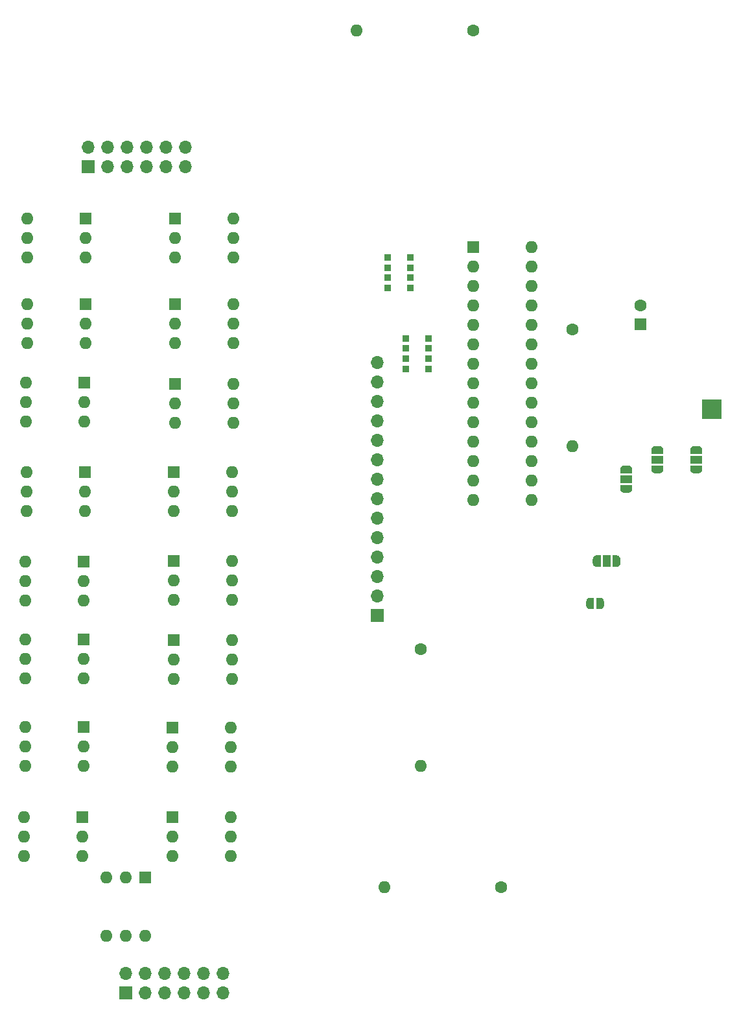
<source format=gbr>
%TF.GenerationSoftware,KiCad,Pcbnew,(5.1.9-0-10_14)*%
%TF.CreationDate,2021-02-14T15:56:36+00:00*%
%TF.ProjectId,solar_mux_1,736f6c61-725f-46d7-9578-5f312e6b6963,rev?*%
%TF.SameCoordinates,Original*%
%TF.FileFunction,Soldermask,Top*%
%TF.FilePolarity,Negative*%
%FSLAX46Y46*%
G04 Gerber Fmt 4.6, Leading zero omitted, Abs format (unit mm)*
G04 Created by KiCad (PCBNEW (5.1.9-0-10_14)) date 2021-02-14 15:56:36*
%MOMM*%
%LPD*%
G01*
G04 APERTURE LIST*
%ADD10R,1.600000X1.600000*%
%ADD11C,1.600000*%
%ADD12R,1.700000X1.700000*%
%ADD13O,1.700000X1.700000*%
%ADD14C,0.100000*%
%ADD15R,1.500000X1.000000*%
%ADD16R,1.000000X1.500000*%
%ADD17O,1.600000X1.600000*%
%ADD18R,0.900000X0.900000*%
%ADD19R,2.500000X2.500000*%
G04 APERTURE END LIST*
D10*
%TO.C,C1*%
X-185039000Y-124079000D03*
D11*
X-185039000Y-121579000D03*
%TD*%
D12*
%TO.C,J1*%
X-219456000Y-162052000D03*
D13*
X-219456000Y-159512000D03*
X-219456000Y-156972000D03*
X-219456000Y-154432000D03*
X-219456000Y-151892000D03*
X-219456000Y-149352000D03*
X-219456000Y-146812000D03*
X-219456000Y-144272000D03*
X-219456000Y-141732000D03*
X-219456000Y-139192000D03*
X-219456000Y-136652000D03*
X-219456000Y-134112000D03*
X-219456000Y-131572000D03*
X-219456000Y-129032000D03*
%TD*%
D12*
%TO.C,J2*%
X-252272800Y-211378800D03*
D13*
X-252272800Y-208838800D03*
X-249732800Y-211378800D03*
X-249732800Y-208838800D03*
X-247192800Y-211378800D03*
X-247192800Y-208838800D03*
X-244652800Y-211378800D03*
X-244652800Y-208838800D03*
X-242112800Y-211378800D03*
X-242112800Y-208838800D03*
X-239572800Y-211378800D03*
X-239572800Y-208838800D03*
%TD*%
%TO.C,J3*%
X-244500400Y-100939600D03*
X-244500400Y-103479600D03*
X-247040400Y-100939600D03*
X-247040400Y-103479600D03*
X-249580400Y-100939600D03*
X-249580400Y-103479600D03*
X-252120400Y-100939600D03*
X-252120400Y-103479600D03*
X-254660400Y-100939600D03*
X-254660400Y-103479600D03*
X-257200400Y-100939600D03*
D12*
X-257200400Y-103479600D03*
%TD*%
D14*
%TO.C,JP1*%
G36*
X-190858000Y-159752600D02*
G01*
X-190358000Y-159752600D01*
X-190358000Y-159753202D01*
X-190333466Y-159753202D01*
X-190284635Y-159758012D01*
X-190236510Y-159767584D01*
X-190189555Y-159781828D01*
X-190144222Y-159800605D01*
X-190100949Y-159823736D01*
X-190060150Y-159850996D01*
X-190022221Y-159882124D01*
X-189987524Y-159916821D01*
X-189956396Y-159954750D01*
X-189929136Y-159995549D01*
X-189906005Y-160038822D01*
X-189887228Y-160084155D01*
X-189872984Y-160131110D01*
X-189863412Y-160179235D01*
X-189858602Y-160228066D01*
X-189858602Y-160252600D01*
X-189858000Y-160252600D01*
X-189858000Y-160752600D01*
X-189858602Y-160752600D01*
X-189858602Y-160777134D01*
X-189863412Y-160825965D01*
X-189872984Y-160874090D01*
X-189887228Y-160921045D01*
X-189906005Y-160966378D01*
X-189929136Y-161009651D01*
X-189956396Y-161050450D01*
X-189987524Y-161088379D01*
X-190022221Y-161123076D01*
X-190060150Y-161154204D01*
X-190100949Y-161181464D01*
X-190144222Y-161204595D01*
X-190189555Y-161223372D01*
X-190236510Y-161237616D01*
X-190284635Y-161247188D01*
X-190333466Y-161251998D01*
X-190358000Y-161251998D01*
X-190358000Y-161252600D01*
X-190858000Y-161252600D01*
X-190858000Y-159752600D01*
G37*
G36*
X-191658000Y-161251998D02*
G01*
X-191682534Y-161251998D01*
X-191731365Y-161247188D01*
X-191779490Y-161237616D01*
X-191826445Y-161223372D01*
X-191871778Y-161204595D01*
X-191915051Y-161181464D01*
X-191955850Y-161154204D01*
X-191993779Y-161123076D01*
X-192028476Y-161088379D01*
X-192059604Y-161050450D01*
X-192086864Y-161009651D01*
X-192109995Y-160966378D01*
X-192128772Y-160921045D01*
X-192143016Y-160874090D01*
X-192152588Y-160825965D01*
X-192157398Y-160777134D01*
X-192157398Y-160752600D01*
X-192158000Y-160752600D01*
X-192158000Y-160252600D01*
X-192157398Y-160252600D01*
X-192157398Y-160228066D01*
X-192152588Y-160179235D01*
X-192143016Y-160131110D01*
X-192128772Y-160084155D01*
X-192109995Y-160038822D01*
X-192086864Y-159995549D01*
X-192059604Y-159954750D01*
X-192028476Y-159916821D01*
X-191993779Y-159882124D01*
X-191955850Y-159850996D01*
X-191915051Y-159823736D01*
X-191871778Y-159800605D01*
X-191826445Y-159781828D01*
X-191779490Y-159767584D01*
X-191731365Y-159758012D01*
X-191682534Y-159753202D01*
X-191658000Y-159753202D01*
X-191658000Y-159752600D01*
X-191158000Y-159752600D01*
X-191158000Y-161252600D01*
X-191658000Y-161252600D01*
X-191658000Y-161251998D01*
G37*
%TD*%
D15*
%TO.C,JP2*%
X-177800000Y-141732000D03*
D14*
G36*
X-178549398Y-140432000D02*
G01*
X-178549398Y-140407466D01*
X-178544588Y-140358635D01*
X-178535016Y-140310510D01*
X-178520772Y-140263555D01*
X-178501995Y-140218222D01*
X-178478864Y-140174949D01*
X-178451604Y-140134150D01*
X-178420476Y-140096221D01*
X-178385779Y-140061524D01*
X-178347850Y-140030396D01*
X-178307051Y-140003136D01*
X-178263778Y-139980005D01*
X-178218445Y-139961228D01*
X-178171490Y-139946984D01*
X-178123365Y-139937412D01*
X-178074534Y-139932602D01*
X-178050000Y-139932602D01*
X-178050000Y-139932000D01*
X-177550000Y-139932000D01*
X-177550000Y-139932602D01*
X-177525466Y-139932602D01*
X-177476635Y-139937412D01*
X-177428510Y-139946984D01*
X-177381555Y-139961228D01*
X-177336222Y-139980005D01*
X-177292949Y-140003136D01*
X-177252150Y-140030396D01*
X-177214221Y-140061524D01*
X-177179524Y-140096221D01*
X-177148396Y-140134150D01*
X-177121136Y-140174949D01*
X-177098005Y-140218222D01*
X-177079228Y-140263555D01*
X-177064984Y-140310510D01*
X-177055412Y-140358635D01*
X-177050602Y-140407466D01*
X-177050602Y-140432000D01*
X-177050000Y-140432000D01*
X-177050000Y-140982000D01*
X-178550000Y-140982000D01*
X-178550000Y-140432000D01*
X-178549398Y-140432000D01*
G37*
G36*
X-177050000Y-142482000D02*
G01*
X-177050000Y-143032000D01*
X-177050602Y-143032000D01*
X-177050602Y-143056534D01*
X-177055412Y-143105365D01*
X-177064984Y-143153490D01*
X-177079228Y-143200445D01*
X-177098005Y-143245778D01*
X-177121136Y-143289051D01*
X-177148396Y-143329850D01*
X-177179524Y-143367779D01*
X-177214221Y-143402476D01*
X-177252150Y-143433604D01*
X-177292949Y-143460864D01*
X-177336222Y-143483995D01*
X-177381555Y-143502772D01*
X-177428510Y-143517016D01*
X-177476635Y-143526588D01*
X-177525466Y-143531398D01*
X-177550000Y-143531398D01*
X-177550000Y-143532000D01*
X-178050000Y-143532000D01*
X-178050000Y-143531398D01*
X-178074534Y-143531398D01*
X-178123365Y-143526588D01*
X-178171490Y-143517016D01*
X-178218445Y-143502772D01*
X-178263778Y-143483995D01*
X-178307051Y-143460864D01*
X-178347850Y-143433604D01*
X-178385779Y-143402476D01*
X-178420476Y-143367779D01*
X-178451604Y-143329850D01*
X-178478864Y-143289051D01*
X-178501995Y-143245778D01*
X-178520772Y-143200445D01*
X-178535016Y-143153490D01*
X-178544588Y-143105365D01*
X-178549398Y-143056534D01*
X-178549398Y-143032000D01*
X-178550000Y-143032000D01*
X-178550000Y-142482000D01*
X-177050000Y-142482000D01*
G37*
%TD*%
%TO.C,JP3*%
G36*
X-187694000Y-143522000D02*
G01*
X-187694000Y-142972000D01*
X-187693398Y-142972000D01*
X-187693398Y-142947466D01*
X-187688588Y-142898635D01*
X-187679016Y-142850510D01*
X-187664772Y-142803555D01*
X-187645995Y-142758222D01*
X-187622864Y-142714949D01*
X-187595604Y-142674150D01*
X-187564476Y-142636221D01*
X-187529779Y-142601524D01*
X-187491850Y-142570396D01*
X-187451051Y-142543136D01*
X-187407778Y-142520005D01*
X-187362445Y-142501228D01*
X-187315490Y-142486984D01*
X-187267365Y-142477412D01*
X-187218534Y-142472602D01*
X-187194000Y-142472602D01*
X-187194000Y-142472000D01*
X-186694000Y-142472000D01*
X-186694000Y-142472602D01*
X-186669466Y-142472602D01*
X-186620635Y-142477412D01*
X-186572510Y-142486984D01*
X-186525555Y-142501228D01*
X-186480222Y-142520005D01*
X-186436949Y-142543136D01*
X-186396150Y-142570396D01*
X-186358221Y-142601524D01*
X-186323524Y-142636221D01*
X-186292396Y-142674150D01*
X-186265136Y-142714949D01*
X-186242005Y-142758222D01*
X-186223228Y-142803555D01*
X-186208984Y-142850510D01*
X-186199412Y-142898635D01*
X-186194602Y-142947466D01*
X-186194602Y-142972000D01*
X-186194000Y-142972000D01*
X-186194000Y-143522000D01*
X-187694000Y-143522000D01*
G37*
G36*
X-186194602Y-145572000D02*
G01*
X-186194602Y-145596534D01*
X-186199412Y-145645365D01*
X-186208984Y-145693490D01*
X-186223228Y-145740445D01*
X-186242005Y-145785778D01*
X-186265136Y-145829051D01*
X-186292396Y-145869850D01*
X-186323524Y-145907779D01*
X-186358221Y-145942476D01*
X-186396150Y-145973604D01*
X-186436949Y-146000864D01*
X-186480222Y-146023995D01*
X-186525555Y-146042772D01*
X-186572510Y-146057016D01*
X-186620635Y-146066588D01*
X-186669466Y-146071398D01*
X-186694000Y-146071398D01*
X-186694000Y-146072000D01*
X-187194000Y-146072000D01*
X-187194000Y-146071398D01*
X-187218534Y-146071398D01*
X-187267365Y-146066588D01*
X-187315490Y-146057016D01*
X-187362445Y-146042772D01*
X-187407778Y-146023995D01*
X-187451051Y-146000864D01*
X-187491850Y-145973604D01*
X-187529779Y-145942476D01*
X-187564476Y-145907779D01*
X-187595604Y-145869850D01*
X-187622864Y-145829051D01*
X-187645995Y-145785778D01*
X-187664772Y-145740445D01*
X-187679016Y-145693490D01*
X-187688588Y-145645365D01*
X-187693398Y-145596534D01*
X-187693398Y-145572000D01*
X-187694000Y-145572000D01*
X-187694000Y-145022000D01*
X-186194000Y-145022000D01*
X-186194000Y-145572000D01*
X-186194602Y-145572000D01*
G37*
D15*
X-186944000Y-144272000D03*
%TD*%
%TO.C,JP4*%
X-182880000Y-141732000D03*
D14*
G36*
X-183629398Y-140432000D02*
G01*
X-183629398Y-140407466D01*
X-183624588Y-140358635D01*
X-183615016Y-140310510D01*
X-183600772Y-140263555D01*
X-183581995Y-140218222D01*
X-183558864Y-140174949D01*
X-183531604Y-140134150D01*
X-183500476Y-140096221D01*
X-183465779Y-140061524D01*
X-183427850Y-140030396D01*
X-183387051Y-140003136D01*
X-183343778Y-139980005D01*
X-183298445Y-139961228D01*
X-183251490Y-139946984D01*
X-183203365Y-139937412D01*
X-183154534Y-139932602D01*
X-183130000Y-139932602D01*
X-183130000Y-139932000D01*
X-182630000Y-139932000D01*
X-182630000Y-139932602D01*
X-182605466Y-139932602D01*
X-182556635Y-139937412D01*
X-182508510Y-139946984D01*
X-182461555Y-139961228D01*
X-182416222Y-139980005D01*
X-182372949Y-140003136D01*
X-182332150Y-140030396D01*
X-182294221Y-140061524D01*
X-182259524Y-140096221D01*
X-182228396Y-140134150D01*
X-182201136Y-140174949D01*
X-182178005Y-140218222D01*
X-182159228Y-140263555D01*
X-182144984Y-140310510D01*
X-182135412Y-140358635D01*
X-182130602Y-140407466D01*
X-182130602Y-140432000D01*
X-182130000Y-140432000D01*
X-182130000Y-140982000D01*
X-183630000Y-140982000D01*
X-183630000Y-140432000D01*
X-183629398Y-140432000D01*
G37*
G36*
X-182130000Y-142482000D02*
G01*
X-182130000Y-143032000D01*
X-182130602Y-143032000D01*
X-182130602Y-143056534D01*
X-182135412Y-143105365D01*
X-182144984Y-143153490D01*
X-182159228Y-143200445D01*
X-182178005Y-143245778D01*
X-182201136Y-143289051D01*
X-182228396Y-143329850D01*
X-182259524Y-143367779D01*
X-182294221Y-143402476D01*
X-182332150Y-143433604D01*
X-182372949Y-143460864D01*
X-182416222Y-143483995D01*
X-182461555Y-143502772D01*
X-182508510Y-143517016D01*
X-182556635Y-143526588D01*
X-182605466Y-143531398D01*
X-182630000Y-143531398D01*
X-182630000Y-143532000D01*
X-183130000Y-143532000D01*
X-183130000Y-143531398D01*
X-183154534Y-143531398D01*
X-183203365Y-143526588D01*
X-183251490Y-143517016D01*
X-183298445Y-143502772D01*
X-183343778Y-143483995D01*
X-183387051Y-143460864D01*
X-183427850Y-143433604D01*
X-183465779Y-143402476D01*
X-183500476Y-143367779D01*
X-183531604Y-143329850D01*
X-183558864Y-143289051D01*
X-183581995Y-143245778D01*
X-183600772Y-143200445D01*
X-183615016Y-143153490D01*
X-183624588Y-143105365D01*
X-183629398Y-143056534D01*
X-183629398Y-143032000D01*
X-183630000Y-143032000D01*
X-183630000Y-142482000D01*
X-182130000Y-142482000D01*
G37*
%TD*%
%TO.C,JP5*%
G36*
X-188759400Y-154215400D02*
G01*
X-188209400Y-154215400D01*
X-188209400Y-154216002D01*
X-188184866Y-154216002D01*
X-188136035Y-154220812D01*
X-188087910Y-154230384D01*
X-188040955Y-154244628D01*
X-187995622Y-154263405D01*
X-187952349Y-154286536D01*
X-187911550Y-154313796D01*
X-187873621Y-154344924D01*
X-187838924Y-154379621D01*
X-187807796Y-154417550D01*
X-187780536Y-154458349D01*
X-187757405Y-154501622D01*
X-187738628Y-154546955D01*
X-187724384Y-154593910D01*
X-187714812Y-154642035D01*
X-187710002Y-154690866D01*
X-187710002Y-154715400D01*
X-187709400Y-154715400D01*
X-187709400Y-155215400D01*
X-187710002Y-155215400D01*
X-187710002Y-155239934D01*
X-187714812Y-155288765D01*
X-187724384Y-155336890D01*
X-187738628Y-155383845D01*
X-187757405Y-155429178D01*
X-187780536Y-155472451D01*
X-187807796Y-155513250D01*
X-187838924Y-155551179D01*
X-187873621Y-155585876D01*
X-187911550Y-155617004D01*
X-187952349Y-155644264D01*
X-187995622Y-155667395D01*
X-188040955Y-155686172D01*
X-188087910Y-155700416D01*
X-188136035Y-155709988D01*
X-188184866Y-155714798D01*
X-188209400Y-155714798D01*
X-188209400Y-155715400D01*
X-188759400Y-155715400D01*
X-188759400Y-154215400D01*
G37*
G36*
X-190809400Y-155714798D02*
G01*
X-190833934Y-155714798D01*
X-190882765Y-155709988D01*
X-190930890Y-155700416D01*
X-190977845Y-155686172D01*
X-191023178Y-155667395D01*
X-191066451Y-155644264D01*
X-191107250Y-155617004D01*
X-191145179Y-155585876D01*
X-191179876Y-155551179D01*
X-191211004Y-155513250D01*
X-191238264Y-155472451D01*
X-191261395Y-155429178D01*
X-191280172Y-155383845D01*
X-191294416Y-155336890D01*
X-191303988Y-155288765D01*
X-191308798Y-155239934D01*
X-191308798Y-155215400D01*
X-191309400Y-155215400D01*
X-191309400Y-154715400D01*
X-191308798Y-154715400D01*
X-191308798Y-154690866D01*
X-191303988Y-154642035D01*
X-191294416Y-154593910D01*
X-191280172Y-154546955D01*
X-191261395Y-154501622D01*
X-191238264Y-154458349D01*
X-191211004Y-154417550D01*
X-191179876Y-154379621D01*
X-191145179Y-154344924D01*
X-191107250Y-154313796D01*
X-191066451Y-154286536D01*
X-191023178Y-154263405D01*
X-190977845Y-154244628D01*
X-190930890Y-154230384D01*
X-190882765Y-154220812D01*
X-190833934Y-154216002D01*
X-190809400Y-154216002D01*
X-190809400Y-154215400D01*
X-190259400Y-154215400D01*
X-190259400Y-155715400D01*
X-190809400Y-155715400D01*
X-190809400Y-155714798D01*
G37*
D16*
X-189509400Y-154965400D03*
%TD*%
D11*
%TO.C,R1*%
X-206883000Y-85725000D03*
D17*
X-222123000Y-85725000D03*
%TD*%
%TO.C,R2*%
X-213817200Y-181737000D03*
D11*
X-213817200Y-166497000D03*
%TD*%
D17*
%TO.C,R3*%
X-193929000Y-139954000D03*
D11*
X-193929000Y-124714000D03*
%TD*%
%TO.C,R4*%
X-203250800Y-197535800D03*
D17*
X-218490800Y-197535800D03*
%TD*%
D18*
%TO.C,RN1*%
X-212749000Y-128549000D03*
X-212749000Y-129889000D03*
X-212749000Y-125889000D03*
X-212749000Y-127229000D03*
X-215749000Y-128549000D03*
X-215749000Y-127229000D03*
X-215749000Y-129889000D03*
X-215749000Y-125889000D03*
%TD*%
%TO.C,RN4*%
X-215118820Y-119337840D03*
X-215118820Y-115337840D03*
X-215118820Y-117997840D03*
X-215118820Y-116677840D03*
X-218118820Y-117997840D03*
X-218118820Y-119337840D03*
X-218118820Y-115337840D03*
X-218118820Y-116677840D03*
%TD*%
D19*
%TO.C,TP1*%
X-175768000Y-135128000D03*
%TD*%
D17*
%TO.C,U1*%
X-265176000Y-110236000D03*
X-257556000Y-115316000D03*
X-265176000Y-112776000D03*
X-257556000Y-112776000D03*
X-265176000Y-115316000D03*
D10*
X-257556000Y-110236000D03*
%TD*%
%TO.C,U2*%
X-257556000Y-121412000D03*
D17*
X-265176000Y-126492000D03*
X-257556000Y-123952000D03*
X-265176000Y-123952000D03*
X-257556000Y-126492000D03*
X-265176000Y-121412000D03*
%TD*%
%TO.C,U3*%
X-265303000Y-131699000D03*
X-257683000Y-136779000D03*
X-265303000Y-134239000D03*
X-257683000Y-134239000D03*
X-265303000Y-136779000D03*
D10*
X-257683000Y-131699000D03*
%TD*%
%TO.C,U4*%
X-257619500Y-143383000D03*
D17*
X-265239500Y-148463000D03*
X-257619500Y-145923000D03*
X-265239500Y-145923000D03*
X-257619500Y-148463000D03*
X-265239500Y-143383000D03*
%TD*%
%TO.C,U5*%
X-265430000Y-155003500D03*
X-257810000Y-160083500D03*
X-265430000Y-157543500D03*
X-257810000Y-157543500D03*
X-265430000Y-160083500D03*
D10*
X-257810000Y-155003500D03*
%TD*%
%TO.C,U6*%
X-257810000Y-165227000D03*
D17*
X-265430000Y-170307000D03*
X-257810000Y-167767000D03*
X-265430000Y-167767000D03*
X-257810000Y-170307000D03*
X-265430000Y-165227000D03*
%TD*%
D10*
%TO.C,U7*%
X-257810000Y-176657000D03*
D17*
X-265430000Y-181737000D03*
X-257810000Y-179197000D03*
X-265430000Y-179197000D03*
X-257810000Y-181737000D03*
X-265430000Y-176657000D03*
%TD*%
%TO.C,U10*%
X-265633200Y-188417200D03*
X-258013200Y-193497200D03*
X-265633200Y-190957200D03*
X-258013200Y-190957200D03*
X-265633200Y-193497200D03*
D10*
X-258013200Y-188417200D03*
%TD*%
D17*
%TO.C,U11*%
X-238252000Y-110236000D03*
X-245872000Y-115316000D03*
X-238252000Y-112776000D03*
X-245872000Y-112776000D03*
X-238252000Y-115316000D03*
D10*
X-245872000Y-110236000D03*
%TD*%
%TO.C,U12*%
X-245872000Y-121412000D03*
D17*
X-238252000Y-126492000D03*
X-245872000Y-123952000D03*
X-238252000Y-123952000D03*
X-245872000Y-126492000D03*
X-238252000Y-121412000D03*
%TD*%
%TO.C,U13*%
X-238252000Y-131826000D03*
X-245872000Y-136906000D03*
X-238252000Y-134366000D03*
X-245872000Y-134366000D03*
X-238252000Y-136906000D03*
D10*
X-245872000Y-131826000D03*
%TD*%
%TO.C,U14*%
X-245999000Y-143383000D03*
D17*
X-238379000Y-148463000D03*
X-245999000Y-145923000D03*
X-238379000Y-145923000D03*
X-245999000Y-148463000D03*
X-238379000Y-143383000D03*
%TD*%
%TO.C,U15*%
X-238442500Y-154940000D03*
X-246062500Y-160020000D03*
X-238442500Y-157480000D03*
X-246062500Y-157480000D03*
X-238442500Y-160020000D03*
D10*
X-246062500Y-154940000D03*
%TD*%
%TO.C,U16*%
X-246062500Y-165290500D03*
D17*
X-238442500Y-170370500D03*
X-246062500Y-167830500D03*
X-238442500Y-167830500D03*
X-246062500Y-170370500D03*
X-238442500Y-165290500D03*
%TD*%
D10*
%TO.C,U17*%
X-246227600Y-176733200D03*
D17*
X-238607600Y-181813200D03*
X-246227600Y-179273200D03*
X-238607600Y-179273200D03*
X-246227600Y-181813200D03*
X-238607600Y-176733200D03*
%TD*%
%TO.C,U20*%
X-238607600Y-188366400D03*
X-246227600Y-193446400D03*
X-238607600Y-190906400D03*
X-246227600Y-190906400D03*
X-238607600Y-193446400D03*
D10*
X-246227600Y-188366400D03*
%TD*%
%TO.C,U21*%
X-249783600Y-196265800D03*
D17*
X-254863600Y-203885800D03*
X-252323600Y-196265800D03*
X-252323600Y-203885800D03*
X-254863600Y-196265800D03*
X-249783600Y-203885800D03*
%TD*%
D10*
%TO.C,U22*%
X-206938880Y-113979960D03*
D17*
X-199318880Y-146999960D03*
X-206938880Y-116519960D03*
X-199318880Y-144459960D03*
X-206938880Y-119059960D03*
X-199318880Y-141919960D03*
X-206938880Y-121599960D03*
X-199318880Y-139379960D03*
X-206938880Y-124139960D03*
X-199318880Y-136839960D03*
X-206938880Y-126679960D03*
X-199318880Y-134299960D03*
X-206938880Y-129219960D03*
X-199318880Y-131759960D03*
X-206938880Y-131759960D03*
X-199318880Y-129219960D03*
X-206938880Y-134299960D03*
X-199318880Y-126679960D03*
X-206938880Y-136839960D03*
X-199318880Y-124139960D03*
X-206938880Y-139379960D03*
X-199318880Y-121599960D03*
X-206938880Y-141919960D03*
X-199318880Y-119059960D03*
X-206938880Y-144459960D03*
X-199318880Y-116519960D03*
X-206938880Y-146999960D03*
X-199318880Y-113979960D03*
%TD*%
M02*

</source>
